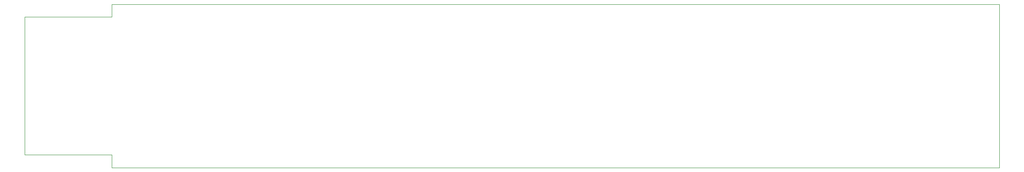
<source format=gbr>
G04 #@! TF.FileFunction,Profile,NP*
%FSLAX46Y46*%
G04 Gerber Fmt 4.6, Leading zero omitted, Abs format (unit mm)*
G04 Created by KiCad (PCBNEW 4.0.2-stable) date 13/08/2017 21:16:23*
%MOMM*%
G01*
G04 APERTURE LIST*
%ADD10C,0.100000*%
G04 APERTURE END LIST*
D10*
X56500000Y-47500000D02*
X73500000Y-47500000D01*
X56500000Y-74500000D02*
X56500000Y-47500000D01*
X73500000Y-74500000D02*
X56500000Y-74500000D01*
X73500000Y-45000000D02*
X247000000Y-45000000D01*
X73500000Y-47500000D02*
X73500000Y-45000000D01*
X73500000Y-77000000D02*
X73500000Y-74500000D01*
X247000000Y-77000000D02*
X73500000Y-77000000D01*
X247000000Y-45000000D02*
X247000000Y-77000000D01*
M02*

</source>
